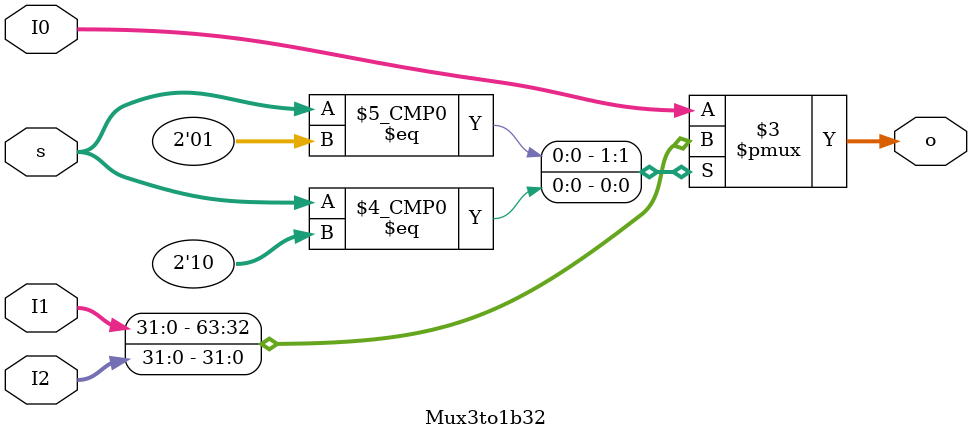
<source format=v>
`timescale 1ps / 1ps


module Mux3to1b32(
		input [1:0] s,
		input [31:0] I0,
		input [31:0] I1,
		input [31:0] I2,
		output reg [31:0] o
		);
	always @(*) begin
		case(s)
			2'b00: o = I0;
			2'b01: o = I1;
			2'b10: o = I2;
			default: o = I0;
		endcase
	end
endmodule
</source>
